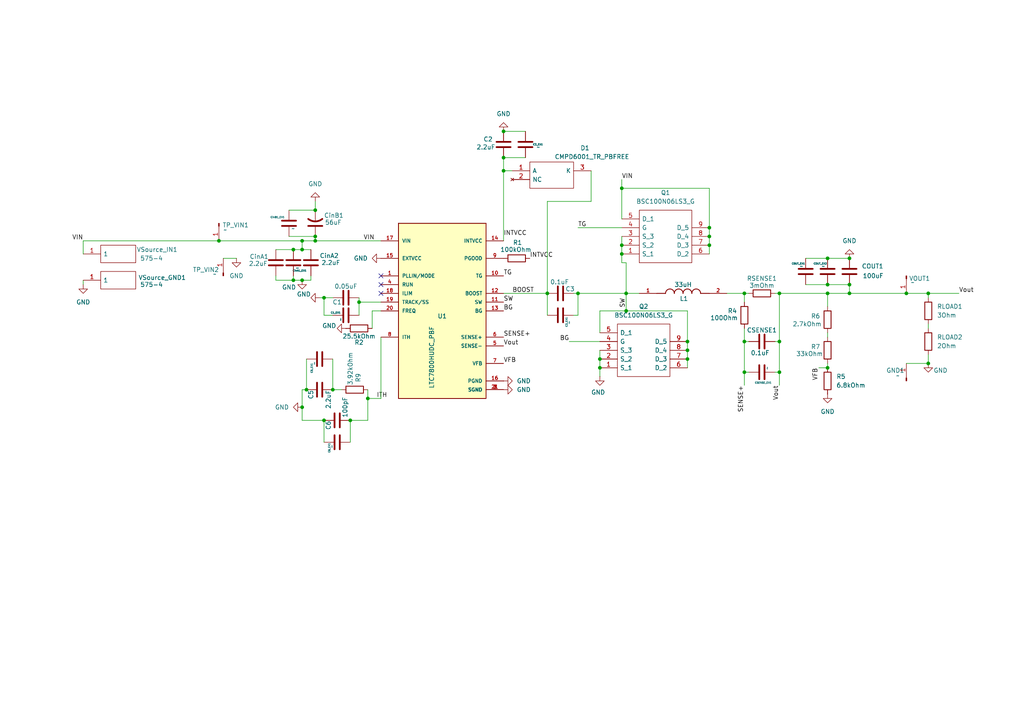
<source format=kicad_sch>
(kicad_sch (version 20250114) (generator "eeschema") (generator_version "9.0")
  (paper "A4")
  (lib_symbols
    (symbol "575-4:575-4" (pin_names (offset 0.762))
      (property "Reference" "TP" (at 16.51 7.62 0))
      (property "Value" "575-4" (at 16.51 5.08 0))
      (symbol "575-4_0_0"
        (pin passive line (at 0 0 0) (length 5.08) (name "1") (number "1"))
      )
      (symbol "575-4_0_1"
        (polyline (pts (xy 5.08 2.54) (xy 15.24 2.54) (xy 15.24 -2.54) (xy 5.08 -2.54) (xy 5.08 2.54)) (stroke (width 0.1524)))
      )
    )
    (symbol "BSC100N06LS3_G:BSC100N06LS3_G" (pin_names (offset 0.762))
      (property "Reference" "Q" (at 21.59 7.62 0))
      (property "Value" "BSC100N06LS3_G" (at 21.59 5.08 0))
      (symbol "BSC100N06LS3_G_0_0"
        (pin passive line (at 0 0 0) (length 5.08) (name "S_1") (number "1"))
        (pin passive line (at 0 -2.54 0) (length 5.08) (name "S_2") (number "2"))
        (pin passive line (at 0 -5.08 0) (length 5.08) (name "S_3") (number "3"))
        (pin passive line (at 0 -7.62 0) (length 5.08) (name "G") (number "4"))
        (pin passive line (at 0 -10.16 0) (length 5.08) (name "D_1") (number "5"))
        (pin passive line (at 25.4 0 180) (length 5.08) (name "D_2") (number "6"))
        (pin passive line (at 25.4 -2.54 180) (length 5.08) (name "D_3") (number "7"))
        (pin passive line (at 25.4 -5.08 180) (length 5.08) (name "D_4") (number "8"))
        (pin passive line (at 25.4 -7.62 180) (length 5.08) (name "D_5") (number "9"))
      )
      (symbol "BSC100N06LS3_G_0_1"
        (polyline (pts (xy 5.08 2.54) (xy 20.32 2.54) (xy 20.32 -12.7) (xy 5.08 -12.7) (xy 5.08 2.54)) (stroke (width 0.1524)))
      )
    )
    (symbol "CMPD6001_TR_PBFREE:CMPD6001_TR_PBFREE" (pin_names (offset 0.762))
      (property "Reference" "D" (at 19.05 7.62 0))
      (property "Value" "CMPD6001_TR_PBFREE" (at 19.05 5.08 0))
      (symbol "CMPD6001_TR_PBFREE_0_0"
        (pin passive line (at 0 0 0) (length 5.08) (name "A") (number "1"))
        (pin no_connect line (at 0 -2.54 0) (length 5.08) (name "NC") (number "2"))
        (pin passive line (at 22.86 0 180) (length 5.08) (name "K") (number "3"))
      )
      (symbol "CMPD6001_TR_PBFREE_0_1"
        (polyline (pts (xy 5.08 2.54) (xy 17.78 2.54) (xy 17.78 -5.08) (xy 5.08 -5.08) (xy 5.08 2.54)) (stroke (width 0.1524)))
      )
    )
    (symbol "Connector:Conn_01x01_Pin" (pin_names (offset 1.016) (hide yes))
      (property "Reference" "J" (at 0 2.54 0))
      (property "Value" "Conn_01x01_Pin" (at 0 -2.54 0))
      (symbol "Conn_01x01_Pin_1_1"
        (rectangle (start 0.8636 0.127) (end 0 -0.127) (stroke (width 0.1524)) (fill (type outline)))
        (polyline (pts (xy 1.27 0) (xy 0.8636 0)) (stroke (width 0.1524)))
        (pin passive line (at 5.08 0 180) (length 3.81) (name "Pin_1") (number "1"))
      )
    )
    (symbol "Device:C" (pin_numbers (hide yes)) (pin_names (offset 0.254))
      (property "Reference" "C" (at 0.635 2.54 0))
      (property "Value" "C" (at 0.635 -2.54 0))
      (symbol "C_0_1"
        (polyline (pts (xy -2.032 0.762) (xy 2.032 0.762)) (stroke (width 0.508)))
        (polyline (pts (xy -2.032 -0.762) (xy 2.032 -0.762)) (stroke (width 0.508)))
      )
      (symbol "C_1_1"
        (pin passive line (at 0 3.81 270) (length 2.794) (name "~") (number "1"))
        (pin passive line (at 0 -3.81 90) (length 2.794) (name "~") (number "2"))
      )
    )
    (symbol "Device:C_US" (pin_numbers (hide yes)) (pin_names (offset 0.254) (hide yes))
      (property "Reference" "C" (at 0.635 2.54 0))
      (property "Value" "C_US" (at 0.635 -2.54 0))
      (symbol "C_US_0_1"
        (polyline (pts (xy -2.032 0.762) (xy 2.032 0.762)) (stroke (width 0.508)))
        (arc (start -2.032 -1.27) (mid 0 -0.5572) (end 2.032 -1.27) (stroke (width 0.508)))
      )
      (symbol "C_US_1_1"
        (pin passive line (at 0 3.81 270) (length 2.794) (name "~") (number "1"))
        (pin passive line (at 0 -3.81 90) (length 3.302) (name "~") (number "2"))
      )
    )
    (symbol "Device:R" (pin_numbers (hide yes)) (pin_names (offset 0))
      (property "Reference" "R" (at 2.032 0 90))
      (property "Value" "R" (at 0 0 90))
      (symbol "R_0_1"
        (rectangle (start -1.016 -2.54) (end 1.016 2.54) (stroke (width 0.254)))
      )
      (symbol "R_1_1"
        (pin passive line (at 0 3.81 270) (length 1.27) (name "~") (number "1"))
        (pin passive line (at 0 -3.81 90) (length 1.27) (name "~") (number "2"))
      )
    )
    (symbol "LTC7800HUDC_PBF:LTC7800HUDC_PBF" (pin_names (offset 1.016))
      (property "Reference" "U" (at -12.7145 26.1919 0))
      (property "Value" "LTC7800HUDC_PBF" (at -12.7165 -27.9764 0))
      (symbol "LTC7800HUDC_PBF_0_0"
        (rectangle (start -12.7 -25.4) (end 12.7 25.4) (stroke (width 0.254)) (fill (type background)))
        (pin input line (at -17.78 20.32 0) (length 5.08) (name "VIN") (number "17"))
        (pin input line (at -17.78 15.24 0) (length 5.08) (name "EXTVCC") (number "15"))
        (pin input line (at -17.78 10.16 0) (length 5.08) (name "PLLIN/MODE") (number "1"))
        (pin input line (at -17.78 7.62 0) (length 5.08) (name "RUN") (number "4"))
        (pin input line (at -17.78 5.08 0) (length 5.08) (name "ILIM") (number "18"))
        (pin input line (at -17.78 2.54 0) (length 5.08) (name "TRACK/SS") (number "19"))
        (pin input line (at -17.78 0 0) (length 5.08) (name "FREQ") (number "20"))
        (pin passive line (at -17.78 -7.62 0) (length 5.08) (name "ITH") (number "8"))
        (pin output line (at 17.78 20.32 180) (length 5.08) (name "INTVCC") (number "14"))
        (pin output line (at 17.78 15.24 180) (length 5.08) (name "PGOOD") (number "9"))
        (pin output line (at 17.78 10.16 180) (length 5.08) (name "TG") (number "10"))
        (pin passive line (at 17.78 5.08 180) (length 5.08) (name "BOOST") (number "12"))
        (pin passive line (at 17.78 2.54 180) (length 5.08) (name "SW") (number "11"))
        (pin output line (at 17.78 0 180) (length 5.08) (name "BG") (number "13"))
        (pin input line (at 17.78 -7.62 180) (length 5.08) (name "SENSE+") (number "6"))
        (pin input line (at 17.78 -10.16 180) (length 5.08) (name "SENSE-") (number "5"))
        (pin input line (at 17.78 -15.24 180) (length 5.08) (name "VFB") (number "7"))
        (pin power_in line (at 17.78 -20.32 180) (length 5.08) (name "PGND") (number "16"))
        (pin power_in line (at 17.78 -22.86 180) (length 5.08) (name "SGND") (number "2"))
        (pin power_in line (at 17.78 -22.86 180) (length 5.08) (name "SGND") (number "21"))
        (pin power_in line (at 17.78 -22.86 180) (length 5.08) (name "SGND") (number "3"))
      )
    )
    (symbol "XGL1010-333MED:XGL1010-333MED" (pin_names (offset 1.016))
      (property "Reference" "L" (at -10.16 7.62 0))
      (property "Value" "XGL1010-333MED" (at -10.16 5.08 0))
      (symbol "XGL1010-333MED_0_0"
        (polyline (pts (xy -5.08 0) (xy -7.62 0)) (stroke (width 0.254)))
        (arc (start -5.08 0) (mid -3.81 1.2645) (end -2.54 0) (stroke (width 0.254)))
        (arc (start -2.54 0) (mid -1.27 1.2645) (end 0 0) (stroke (width 0.254)))
        (arc (start 0 0) (mid 1.27 1.2645) (end 2.54 0) (stroke (width 0.254)))
        (arc (start 2.54 0) (mid 3.81 1.2645) (end 5.08 0) (stroke (width 0.254)))
        (polyline (pts (xy 5.08 0) (xy 7.62 0)) (stroke (width 0.254)))
        (pin passive line (at -12.7 0 0) (length 5.08) (name "~") (number "1"))
        (pin passive line (at 12.7 0 180) (length 5.08) (name "~") (number "2"))
      )
    )
    (symbol "power:GND" (power) (pin_numbers (hide yes)) (pin_names (offset 0) (hide yes))
      (property "Value" "GND" (at 0 -3.81 0))
      (symbol "GND_0_1"
        (polyline (pts (xy 0 0) (xy 0 -1.27) (xy 1.27 -1.27) (xy 0 -2.54) (xy -1.27 -1.27) (xy 0 -1.27)))
      )
      (symbol "GND_1_1"
        (pin power_in line (at 0 0 270) (length 0) (name "~") (number "1"))
      )
    )
  )
  (junction (at 226.06 107.95))
  (junction (at 205.74 71.12))
  (junction (at 96.52 113.03))
  (junction (at 181.61 85.09))
  (junction (at 85.09 81.28))
  (junction (at 180.34 54.61))
  (junction (at 199.39 104.14))
  (junction (at 85.09 72.39))
  (junction (at 215.9 85.09))
  (junction (at 240.03 106.68))
  (junction (at 240.03 85.09))
  (junction (at 167.64 85.09))
  (junction (at 87.63 72.39))
  (junction (at 226.06 85.09))
  (junction (at 104.14 87.63))
  (junction (at 87.63 118.11))
  (junction (at 269.24 105.41))
  (junction (at 215.9 99.06))
  (junction (at 205.74 66.04))
  (junction (at 87.63 81.28))
  (junction (at 63.5 69.85))
  (junction (at 93.98 86.36))
  (junction (at 91.44 69.85))
  (junction (at 158.75 85.09))
  (junction (at 88.9 113.03))
  (junction (at 106.68 115.57))
  (junction (at 93.98 121.92))
  (junction (at 180.34 73.66))
  (junction (at 215.9 107.95))
  (junction (at 146.05 45.72))
  (junction (at 146.05 49.53))
  (junction (at 91.44 60.96))
  (junction (at 181.61 90.17))
  (junction (at 240.03 82.55))
  (junction (at 262.89 85.09))
  (junction (at 199.39 99.06))
  (junction (at 205.74 68.58))
  (junction (at 173.99 104.14))
  (junction (at 246.38 85.09))
  (junction (at 226.06 99.06))
  (junction (at 173.99 106.68))
  (junction (at 91.44 68.58))
  (junction (at 269.24 85.09))
  (junction (at 246.38 82.55))
  (junction (at 180.34 71.12))
  (junction (at 101.6 121.92))
  (junction (at 87.63 69.85))
  (junction (at 146.05 38.1))
  (junction (at 199.39 101.6))
  (junction (at 246.38 74.93))
  (junction (at 240.03 74.93))
  (no_connect (at 110.49 80.01))
  (no_connect (at 110.49 85.09))
  (no_connect (at 110.49 82.55))
  (wire (pts (xy 83.82 68.58) (xy 91.44 68.58)))
  (wire (pts (xy 87.63 113.03) (xy 88.9 113.03)))
  (wire (pts (xy 146.05 49.53) (xy 148.59 49.53)))
  (wire (pts (xy 158.75 85.09) (xy 158.75 91.44)))
  (wire (pts (xy 63.5 69.85) (xy 87.63 69.85)))
  (wire (pts (xy 107.95 95.25) (xy 107.95 90.17)))
  (wire (pts (xy 85.09 72.39) (xy 87.63 72.39)))
  (wire (pts (xy 93.98 121.92) (xy 93.98 128.27)))
  (wire (pts (xy 96.52 104.14) (xy 96.52 113.03)))
  (wire (pts (xy 158.75 58.42) (xy 158.75 85.09)))
  (wire (pts (xy 91.44 68.58) (xy 91.44 69.85)))
  (wire (pts (xy 87.63 121.92) (xy 93.98 121.92)))
  (wire (pts (xy 87.63 72.39) (xy 90.17 72.39)))
  (wire (pts (xy 215.9 107.95) (xy 217.17 107.95)))
  (wire (pts (xy 233.68 82.55) (xy 240.03 82.55)))
  (wire (pts (xy 167.64 66.04) (xy 180.34 66.04)))
  (wire (pts (xy 106.68 113.03) (xy 106.68 115.57)))
  (wire (pts (xy 87.63 81.28) (xy 90.17 81.28)))
  (wire (pts (xy 181.61 85.09) (xy 185.42 85.09)))
  (wire (pts (xy 173.99 106.68) (xy 173.99 109.22)))
  (wire (pts (xy 146.05 45.72) (xy 146.05 49.53)))
  (wire (pts (xy 215.9 85.09) (xy 217.17 85.09)))
  (wire (pts (xy 64.77 74.93) (xy 68.58 74.93)))
  (wire (pts (xy 269.24 85.09) (xy 278.13 85.09)))
  (wire (pts (xy 92.71 86.36) (xy 93.98 86.36)))
  (wire (pts (xy 80.01 72.39) (xy 85.09 72.39)))
  (wire (pts (xy 93.98 86.36) (xy 96.52 86.36)))
  (wire (pts (xy 171.45 49.53) (xy 171.45 58.42)))
  (wire (pts (xy 269.24 85.09) (xy 269.24 86.36)))
  (wire (pts (xy 205.74 66.04) (xy 205.74 68.58)))
  (wire (pts (xy 101.6 121.92) (xy 106.68 121.92)))
  (wire (pts (xy 80.01 81.28) (xy 80.01 80.01)))
  (wire (pts (xy 146.05 49.53) (xy 146.05 69.85)))
  (wire (pts (xy 96.52 113.03) (xy 99.06 113.03)))
  (wire (pts (xy 205.74 71.12) (xy 205.74 73.66)))
  (wire (pts (xy 199.39 99.06) (xy 199.39 90.17)))
  (wire (pts (xy 180.34 54.61) (xy 205.74 54.61)))
  (wire (pts (xy 83.82 60.96) (xy 91.44 60.96)))
  (wire (pts (xy 226.06 85.09) (xy 240.03 85.09)))
  (wire (pts (xy 173.99 106.68) (xy 173.99 104.14)))
  (wire (pts (xy 85.09 80.01) (xy 85.09 81.28)))
  (wire (pts (xy 173.99 104.14) (xy 173.99 101.6)))
  (wire (pts (xy 199.39 101.6) (xy 199.39 104.14)))
  (wire (pts (xy 181.61 85.09) (xy 181.61 90.17)))
  (wire (pts (xy 240.03 96.52) (xy 240.03 97.79)))
  (wire (pts (xy 167.64 91.44) (xy 167.64 85.09)))
  (wire (pts (xy 171.45 58.42) (xy 158.75 58.42)))
  (wire (pts (xy 237.49 106.68) (xy 240.03 106.68)))
  (wire (pts (xy 104.14 86.36) (xy 104.14 87.63)))
  (wire (pts (xy 215.9 95.25) (xy 215.9 99.06)))
  (wire (pts (xy 104.14 87.63) (xy 110.49 87.63)))
  (wire (pts (xy 180.34 73.66) (xy 180.34 76.2)))
  (wire (pts (xy 269.24 105.41) (xy 269.24 102.87)))
  (wire (pts (xy 167.64 85.09) (xy 181.61 85.09)))
  (wire (pts (xy 240.03 85.09) (xy 246.38 85.09)))
  (wire (pts (xy 240.03 85.09) (xy 240.03 88.9)))
  (wire (pts (xy 262.89 105.41) (xy 269.24 105.41)))
  (wire (pts (xy 240.03 74.93) (xy 246.38 74.93)))
  (wire (pts (xy 240.03 82.55) (xy 246.38 82.55)))
  (wire (pts (xy 215.9 85.09) (xy 215.9 87.63)))
  (wire (pts (xy 205.74 66.04) (xy 205.74 54.61)))
  (wire (pts (xy 199.39 104.14) (xy 199.39 106.68)))
  (wire (pts (xy 106.68 115.57) (xy 110.49 115.57)))
  (wire (pts (xy 146.05 45.72) (xy 152.4 45.72)))
  (wire (pts (xy 165.1 99.06) (xy 173.99 99.06)))
  (wire (pts (xy 180.34 52.07) (xy 180.34 54.61)))
  (wire (pts (xy 181.61 85.09) (xy 181.61 76.2)))
  (wire (pts (xy 110.49 115.57) (xy 110.49 97.79)))
  (wire (pts (xy 101.6 121.92) (xy 101.6 128.27)))
  (wire (pts (xy 91.44 58.42) (xy 91.44 60.96)))
  (wire (pts (xy 24.13 81.28) (xy 24.13 82.55)))
  (wire (pts (xy 106.68 115.57) (xy 106.68 121.92)))
  (wire (pts (xy 205.74 68.58) (xy 205.74 71.12)))
  (wire (pts (xy 224.79 99.06) (xy 226.06 99.06)))
  (wire (pts (xy 146.05 85.09) (xy 158.75 85.09)))
  (wire (pts (xy 180.34 71.12) (xy 180.34 73.66)))
  (wire (pts (xy 224.79 85.09) (xy 226.06 85.09)))
  (wire (pts (xy 215.9 99.06) (xy 217.17 99.06)))
  (wire (pts (xy 173.99 96.52) (xy 173.99 90.17)))
  (wire (pts (xy 87.63 69.85) (xy 87.63 72.39)))
  (wire (pts (xy 233.68 74.93) (xy 240.03 74.93)))
  (wire (pts (xy 93.98 91.44) (xy 93.98 86.36)))
  (wire (pts (xy 262.89 85.09) (xy 269.24 85.09)))
  (wire (pts (xy 88.9 104.14) (xy 88.9 113.03)))
  (wire (pts (xy 180.34 76.2) (xy 181.61 76.2)))
  (wire (pts (xy 226.06 107.95) (xy 226.06 111.76)))
  (wire (pts (xy 173.99 90.17) (xy 181.61 90.17)))
  (wire (pts (xy 215.9 99.06) (xy 215.9 107.95)))
  (wire (pts (xy 215.9 107.95) (xy 215.9 111.76)))
  (wire (pts (xy 87.63 118.11) (xy 87.63 121.92)))
  (wire (pts (xy 96.52 91.44) (xy 93.98 91.44)))
  (wire (pts (xy 24.13 69.85) (xy 63.5 69.85)))
  (wire (pts (xy 199.39 99.06) (xy 199.39 101.6)))
  (wire (pts (xy 226.06 99.06) (xy 226.06 107.95)))
  (wire (pts (xy 91.44 69.85) (xy 110.49 69.85)))
  (wire (pts (xy 166.37 91.44) (xy 167.64 91.44)))
  (wire (pts (xy 80.01 81.28) (xy 85.09 81.28)))
  (wire (pts (xy 246.38 85.09) (xy 262.89 85.09)))
  (wire (pts (xy 180.34 54.61) (xy 180.34 63.5)))
  (wire (pts (xy 224.79 107.95) (xy 226.06 107.95)))
  (wire (pts (xy 90.17 81.28) (xy 90.17 80.01)))
  (wire (pts (xy 199.39 90.17) (xy 181.61 90.17)))
  (wire (pts (xy 166.37 85.09) (xy 167.64 85.09)))
  (wire (pts (xy 240.03 105.41) (xy 240.03 106.68)))
  (wire (pts (xy 210.82 85.09) (xy 215.9 85.09)))
  (wire (pts (xy 24.13 69.85) (xy 24.13 73.66)))
  (wire (pts (xy 226.06 85.09) (xy 226.06 99.06)))
  (wire (pts (xy 180.34 68.58) (xy 180.34 71.12)))
  (wire (pts (xy 269.24 95.25) (xy 269.24 93.98)))
  (wire (pts (xy 87.63 118.11) (xy 87.63 113.03)))
  (wire (pts (xy 246.38 82.55) (xy 246.38 85.09)))
  (wire (pts (xy 104.14 87.63) (xy 104.14 91.44)))
  (wire (pts (xy 146.05 38.1) (xy 152.4 38.1)))
  (wire (pts (xy 107.95 90.17) (xy 110.49 90.17)))
  (wire (pts (xy 85.09 81.28) (xy 87.63 81.28)))
  (wire (pts (xy 87.63 69.85) (xy 91.44 69.85)))
  (label "SENSE+" (at 146.05 97.79 0))
  (label "BG" (at 165.1 99.06 180))
  (label "ITH" (at 109.22 115.57 0))
  (label "SW" (at 181.61 86.36 270))
  (label "Vout" (at 226.06 111.76 270))
  (label "SENSE+" (at 215.9 111.76 270))
  (label "VIN" (at 24.13 69.85 180))
  (label "BG" (at 146.05 90.17 0))
  (label "Vout" (at 146.05 100.33 0))
  (label "SW" (at 146.05 87.63 0))
  (label "BOOST" (at 148.59 85.09 0))
  (label "Vout" (at 278.13 85.09 0))
  (label "TG" (at 167.64 66.04 0))
  (label "VFB" (at 146.05 105.41 0))
  (label "VFB" (at 237.49 106.68 270))
  (label "VIN" (at 180.34 52.07 0))
  (label "TG" (at 146.05 80.01 0))
  (label "INTVCC" (at 146.05 68.58 0))
  (label "INTVCC" (at 153.67 74.93 0))
  (label "VIN" (at 105.41 69.85 0))
  (symbol (lib_id "Device:C") (at 92.71 104.14 90) (unit 1)
    (property "Reference" "C5_EX1" (at 90.424 108.204 0) (effects (font (size 0.508 0.508)) (justify left)))
    (property "Value" "~" (at 91.186 105.918 0) (effects (justify left)))
    (property "Footprint" "Capacitor_SMD:C_0805_2012Metric_Pad1.18x1.45mm_HandSolder" (effects (hide yes)))
    (property "Description" "Unpolarized capacitor" (effects (hide yes)))
  )
  (symbol (lib_id "CMPD6001_TR_PBFREE:CMPD6001_TR_PBFREE") (at 148.59 49.53 0) (unit 1)
    (property "Reference" "D1" (at 169.672 42.926 0))
    (property "Value" "CMPD6001_TR_PBFREE" (at 171.704 45.466 0))
    (property "Footprint" "Diode_SMD:SOT95P230X109-3N" (effects (hide yes)))
    (property "Datasheet" "https://my.centralsemi.com/datasheets/CMPD6001-A-C-S_R1.PDF" (effects (hide yes)))
    (property "Description" "Diode 75 V 250mA Surface Mount SOT-23" (effects (hide yes)))
    (property "Description_1" "Diode 75 V 250mA Surface Mount SOT-23" (effects (hide yes)))
    (property "Height" "1.09" (effects (hide yes)))
    (property "Manufacturer_Name" "Central Semiconductor" (effects (hide yes)))
    (property "Manufacturer_Part_Number" "CMPD6001 TR PBFREE" (effects (hide yes)))
    (property "Mouser Part Number" "610-CMPD6001" (effects (hide yes)))
    (property "Mouser Price/Stock" "https://www.mouser.co.uk/ProductDetail/Central-Semiconductor/CMPD6001-TR-PBFREE?qs=u16ybLDytRYCeZzXsIxPrw%3D%3D" (effects (hide yes)))
    (property "Arrow Part Number" "CMPD6001 TR PBFREE" (effects (hide yes)))
    (property "Arrow Price/Stock" "https://www.arrow.com/en/products/cmpd6001trpbfree/central-semiconductor" (effects (hide yes)))
    (property "LCSC" "C17357273" (effects (hide yes)))
  )
  (symbol (lib_id "power:GND") (at 110.49 74.93 270) (unit 1)
    (property "Reference" "#PWR06" (effects (hide yes)))
    (property "Value" "GND" (at 106.68 74.9299 90) (effects (justify right)))
    (property "Description" "Power symbol creates a global label with name \"GND\" , ground" (effects (hide yes)))
  )
  (symbol (lib_id "Device:C") (at 100.33 91.44 90) (unit 1)
    (property "Reference" "C1_EX1" (at 98.806 90.678 90) (effects (font (size 0.508 0.508)) (justify left)))
    (property "Value" "~" (at 98.806 93.218 0) (effects (justify left)))
    (property "Footprint" "Capacitor_SMD:C_0805_2012Metric_Pad1.18x1.45mm_HandSolder" (effects (hide yes)))
    (property "Description" "Unpolarized capacitor" (effects (hide yes)))
  )
  (symbol (lib_id "Connector:Conn_01x01_Pin") (at 262.89 110.49 90) (unit 1)
    (property "Reference" "GND1" (at 257.048 107.442 90) (effects (justify right)))
    (property "Value" "~" (at 259.842 108.966 90) (effects (justify right)))
    (property "Footprint" "Connector_PinHeader_2.54mm:PinHeader_1x01_P2.54mm_Vertical" (effects (hide yes)))
    (property "Description" "Generic connector, single row, 01x01, script generated" (effects (hide yes)))
  )
  (symbol (lib_id "Connector:Conn_01x01_Pin") (at 262.89 80.01 270) (unit 1)
    (property "Reference" "VOUT1" (at 263.652 80.772 90) (effects (justify left)))
    (property "Value" "~" (at 264.16 81.9149 90) (effects (justify left)))
    (property "Footprint" "Connector_PinHeader_2.54mm:PinHeader_1x01_P2.54mm_Vertical" (effects (hide yes)))
    (property "Description" "Generic connector, single row, 01x01, script generated" (effects (hide yes)))
  )
  (symbol (lib_id "Device:C") (at 85.09 76.2 180) (unit 1)
    (property "Reference" "CinA1_EX1" (at 88.9 78.486 0) (effects (font (size 0.508 0.508)) (justify left)))
    (property "Value" "~" (at 86.868 77.724 0) (effects (justify left)))
    (property "Footprint" "Capacitor_SMD:C_0805_2012Metric_Pad1.18x1.45mm_HandSolder" (effects (hide yes)))
    (property "Description" "Unpolarized capacitor" (effects (hide yes)))
  )
  (symbol (lib_id "Device:R") (at 215.9 91.44 0) (unit 1)
    (property "Reference" "R4" (at 211.074 90.17 0) (effects (justify left)))
    (property "Value" "100Ohm" (at 205.994 92.202 0) (effects (justify left)))
    (property "Footprint" "Resistor_SMD:R_0201_0603Metric" (effects (hide yes)))
    (property "Description" "Resistor" (effects (hide yes)))
    (property "LCSC" "C105588" (effects (hide yes)))
  )
  (symbol (lib_id "power:GND") (at 87.63 81.28 0) (unit 1)
    (property "Reference" "#PWR07" (effects (hide yes)))
    (property "Value" "GND" (at 83.82 83.312 0))
    (property "Description" "Power symbol creates a global label with name \"GND\" , ground" (effects (hide yes)))
  )
  (symbol (lib_id "Device:R") (at 220.98 85.09 90) (unit 1)
    (property "Reference" "RSENSE1" (at 220.98 80.772 90))
    (property "Value" "3mOhm" (at 220.98 82.804 90))
    (property "Footprint" "Resistor_SMD:R_0201_0603Metric" (effects (hide yes)))
    (property "Description" "Resistor" (effects (hide yes)))
    (property "LCSC" "C7256520" (effects (hide yes)))
  )
  (symbol (lib_id "Device:R") (at 240.03 92.71 0) (unit 1)
    (property "Reference" "R6" (at 235.204 91.694 0) (effects (justify left)))
    (property "Value" "2.7kOhm" (at 229.87 93.98 0) (effects (justify left)))
    (property "Footprint" "Resistor_SMD:R_0201_0603Metric" (effects (hide yes)))
    (property "Description" "Resistor" (effects (hide yes)))
    (property "LCSC" "C2907008" (effects (hide yes)))
  )
  (symbol (lib_id "power:GND") (at 240.03 114.3 0) (unit 1)
    (property "Reference" "#PWR012" (effects (hide yes)))
    (property "Value" "GND" (at 240.03 119.38 0))
    (property "Description" "Power symbol creates a global label with name \"GND\" , ground" (effects (hide yes)))
  )
  (symbol (lib_id "Device:C") (at 162.56 85.09 90) (unit 1)
    (property "Reference" "C3" (at 165.354 83.82 90))
    (property "Value" "0.1uF" (at 162.306 81.788 90))
    (property "Footprint" "Capacitor_SMD:C_0805_2012Metric" (effects (hide yes)))
    (property "Description" "Unpolarized capacitor" (effects (hide yes)))
    (property "LCSC" "C49678" (effects (hide yes)))
  )
  (symbol (lib_id "BSC100N06LS3_G:BSC100N06LS3_G") (at 180.34 73.66 0) (mirror x) (unit 1)
    (property "Reference" "Q1" (at 193.04 55.88 0))
    (property "Value" "BSC100N06LS3_G" (at 193.04 58.42 0))
    (property "Footprint" "Transistor_Power:BSC100N06LS3G" (effects (hide yes)))
    (property "Datasheet" "https://www.mouser.cn/datasheet/2/196/Infineon-BSC100N06LS3-DS-v02_03-en-1225571.pdf" (effects (hide yes)))
    (property "Description" "MOSFET N-Ch 60V 50A TDSON-8 OptiMOS 3" (effects (hide yes)))
    (property "Description_1" "MOSFET N-Ch 60V 50A TDSON-8 OptiMOS 3" (effects (hide yes)))
    (property "Height" "1.1" (effects (hide yes)))
    (property "Manufacturer_Name" "Infineon" (effects (hide yes)))
    (property "Manufacturer_Part_Number" "BSC100N06LS3 G" (effects (hide yes)))
    (property "Mouser Part Number" "726-BSC100N06LS3G" (effects (hide yes)))
    (property "Mouser Price/Stock" "https://www.mouser.co.uk/ProductDetail/Infineon-Technologies/BSC100N06LS3-G?qs=wK%252BoHS4yu57c7s635lvXlg%3D%3D" (effects (hide yes)))
    (property "LCSC" "C72767" (effects (hide yes)))
  )
  (symbol (lib_id "power:GND") (at 91.44 58.42 180) (unit 1)
    (property "Reference" "#PWR09" (effects (hide yes)))
    (property "Value" "GND" (at 91.44 53.34 0))
    (property "Description" "Power symbol creates a global label with name \"GND\" , ground" (effects (hide yes)))
  )
  (symbol (lib_id "Device:C") (at 246.38 78.74 180) (unit 1)
    (property "Reference" "COUT1" (at 249.936 77.216 0) (effects (justify right)))
    (property "Value" "100uF" (at 250.19 80.0099 0) (effects (justify right)))
    (property "Footprint" "Capacitor_SMD:C_0805_2012Metric" (effects (hide yes)))
    (property "Description" "Unpolarized capacitor" (effects (hide yes)))
    (property "LCSC" "C141660" (effects (hide yes)))
  )
  (symbol (lib_id "Device:C") (at 152.4 41.91 180) (unit 1)
    (property "Reference" "C2_EX1" (at 157.48 41.91 0) (effects (font (size 0.508 0.508)) (justify left)))
    (property "Value" "~" (at 156.718 42.672 0) (effects (justify left)))
    (property "Footprint" "Capacitor_SMD:C_0805_2012Metric_Pad1.18x1.45mm_HandSolder" (effects (hide yes)))
    (property "Description" "Unpolarized capacitor" (effects (hide yes)))
  )
  (symbol (lib_id "Device:R") (at 240.03 101.6 0) (unit 1)
    (property "Reference" "R7" (at 235.204 100.584 0) (effects (justify left)))
    (property "Value" "33kOhm" (at 230.886 102.616 0) (effects (justify left)))
    (property "Footprint" "Resistor_SMD:R_0201_0603Metric" (effects (hide yes)))
    (property "Description" "Resistor" (effects (hide yes)))
    (property "LCSC" "C2907028" (effects (hide yes)))
  )
  (symbol (lib_id "Device:R") (at 269.24 99.06 0) (unit 1)
    (property "Reference" "RLOAD2" (at 271.78 97.7899 0) (effects (justify left)))
    (property "Value" "2Ohm" (at 271.78 100.3299 0) (effects (justify left)))
    (property "Footprint" "Resistor_SMD:R_0201_0603Metric" (effects (hide yes)))
    (property "Description" "Resistor" (effects (hide yes)))
    (property "LCSC" "C22977" (effects (hide yes)))
  )
  (symbol (lib_id "Device:C") (at 100.33 86.36 90) (unit 1)
    (property "Reference" "C1" (at 97.79 87.63 90))
    (property "Value" "0.05uF" (at 100.33 83.058 90))
    (property "Footprint" "Capacitor_SMD:C_0805_2012Metric" (effects (hide yes)))
    (property "Description" "Unpolarized capacitor" (effects (hide yes)))
    (property "LCSC" "C49678" (effects (hide yes)))
  )
  (symbol (lib_id "Connector:Conn_01x01_Pin") (at 63.5 64.77 270) (unit 1)
    (property "Reference" "TP_VIN1" (at 64.516 65.278 90) (effects (justify left)))
    (property "Value" "~" (at 64.77 66.6749 90) (effects (justify left)))
    (property "Footprint" "Connector_PinHeader_2.54mm:PinHeader_1x01_P2.54mm_Vertical" (effects (hide yes)))
    (property "Description" "Generic connector, single row, 01x01, script generated" (effects (hide yes)))
  )
  (symbol (lib_id "Device:C") (at 220.98 107.95 270) (unit 1)
    (property "Reference" "CSENSE_EX1" (at 218.948 110.998 90) (effects (font (size 0.508 0.508)) (justify left)))
    (property "Value" "~" (at 222.504 106.172 0) (effects (justify left)))
    (property "Footprint" "Capacitor_SMD:C_0805_2012Metric_Pad1.18x1.45mm_HandSolder" (effects (hide yes)))
    (property "Description" "Unpolarized capacitor" (effects (hide yes)))
  )
  (symbol (lib_id "Device:C") (at 80.01 76.2 0) (unit 1)
    (property "Reference" "CinA1" (at 72.39 74.422 0) (effects (justify left)))
    (property "Value" "2.2uF" (at 72.136 76.454 0) (effects (justify left)))
    (property "Footprint" "Capacitor_SMD:C_0805_2012Metric" (effects (hide yes)))
    (property "Description" "Unpolarized capacitor" (effects (hide yes)))
    (property "LCSC" "C19110" (effects (hide yes)))
  )
  (symbol (lib_id "Device:C") (at 97.79 121.92 90) (unit 1)
    (property "Reference" "C6" (at 95.25 124.714 0) (effects (justify left)))
    (property "Value" "100pF" (at 100.076 121.158 0) (effects (justify left)))
    (property "Footprint" "Capacitor_SMD:C_0805_2012Metric" (effects (hide yes)))
    (property "Description" "Unpolarized capacitor" (effects (hide yes)))
    (property "LCSC" "C1970" (effects (hide yes)))
  )
  (symbol (lib_id "Device:R") (at 240.03 110.49 0) (unit 1)
    (property "Reference" "R5" (at 242.57 109.2199 0) (effects (justify left)))
    (property "Value" "6.8kOhm" (at 242.57 111.7599 0) (effects (justify left)))
    (property "Footprint" "Resistor_SMD:R_0201_0603Metric" (effects (hide yes)))
    (property "Description" "Resistor" (effects (hide yes)))
    (property "LCSC" "C2907055" (effects (hide yes)))
  )
  (symbol (lib_id "Device:C_US") (at 91.44 64.77 180) (unit 1)
    (property "Reference" "CinB1" (at 93.98 62.484 0) (effects (justify right)))
    (property "Value" "56uF" (at 94.234 64.516 0) (effects (justify right)))
    (property "Footprint" "Capacitor_Tantalum_SMD:CP_EIA-7343-31_Kemet-D" (effects (hide yes)))
    (property "Description" "capacitor, US symbol" (effects (hide yes)))
    (property "LCSC" "C465937" (effects (hide yes)))
  )
  (symbol (lib_id "Device:R") (at 269.24 90.17 0) (unit 1)
    (property "Reference" "RLOAD1" (at 271.78 88.8999 0) (effects (justify left)))
    (property "Value" "3Ohm" (at 271.78 91.4399 0) (effects (justify left)))
    (property "Footprint" "Resistor_SMD:R_0201_0603Metric" (effects (hide yes)))
    (property "Description" "Resistor" (effects (hide yes)))
    (property "LCSC" "C23157" (effects (hide yes)))
  )
  (symbol (lib_id "LTC7800HUDC_PBF:LTC7800HUDC_PBF") (at 128.27 90.17 0) (unit 1)
    (property "Reference" "U1" (at 128.27 91.694 0))
    (property "Value" "LTC7800HUDC_PBF" (at 125.222 103.632 90))
    (property "Footprint" "Library:QFN50P400X300X80-21N" (effects (hide yes)))
    (property "MF" "Analog Devices" (effects (hide yes)))
    (property "Description_1" "The LTC7800 is a high performance step-down switching regulator DC/DC controller that drives an all N-channel synchronous power MOSFET stage. A constant frequency current mode architecture allows a phase-lockable frequency of up to 2.25MHz. The 50μA no-load quiescent current extends operating run time in battery-powered systems. OPTI-LOOP® compensation allows the transient response to be optimized over a wide range of output capacitance and ESR values. The LTC7800 features a precision 0.8V reference and power good output indicator. A wide 4V to 60V input supply range encompasses a wide range of intermediate bus voltages and battery chemistries. The output voltage of the LTC7800 can be programmed between 0.8V to 24V. The TRACK/SS pin ramps the output voltages during start-up. Current foldback limits MOSFET heat dissipation during short-circuit conditions. The PLLIN/MODE pin selects among Burst Mode operation, pulse-skipping mode, or continuous conduction mode at light loads. Applications Automotive Always-On Systems Battery Powered Digital Devices Distributed DC Power Systems" (effects (hide yes)))
    (property "Package" "WFQFN-20 Analog Devices" (effects (hide yes)))
    (property "Price" "None" (effects (hide yes)))
    (property "Check_prices" "https://www.snapeda.com/parts/LTC7800HUDC%23PBF/Analog+Devices/view-part/?ref=eda" (effects (hide yes)))
    (property "STANDARD" "IPC-7351B" (effects (hide yes)))
    (property "SnapEDA_Link" "https://www.snapeda.com/parts/LTC7800HUDC%23PBF/Analog+Devices/view-part/?ref=snap" (effects (hide yes)))
    (property "MP" "LTC7800HUDC#PBF" (effects (hide yes)))
    (property "Availability" "In Stock" (effects (hide yes)))
    (property "MANUFACTURER" "Analog Devices" (effects (hide yes)))
    (property "LCSC" "C690192" (effects (hide yes)))
  )
  (symbol (lib_id "power:GND") (at 92.71 86.36 270) (unit 1)
    (property "Reference" "#PWR05" (effects (hide yes)))
    (property "Value" "GND" (at 90.17 85.344 90) (effects (justify right)))
    (property "Description" "Power symbol creates a global label with name \"GND\" , ground" (effects (hide yes)))
  )
  (symbol (lib_id "Device:C") (at 233.68 78.74 0) (unit 1)
    (property "Reference" "COUT_EX1" (at 229.616 76.454 0) (effects (font (size 0.508 0.508)) (justify left)))
    (property "Value" "~" (at 231.902 77.216 0) (effects (justify left)))
    (property "Footprint" "Capacitor_SMD:C_0805_2012Metric_Pad1.18x1.45mm_HandSolder" (effects (hide yes)))
    (property "Description" "Unpolarized capacitor" (effects (hide yes)))
  )
  (symbol (lib_id "power:GND") (at 146.05 113.03 90) (unit 1)
    (property "Reference" "#PWR01" (effects (hide yes)))
    (property "Value" "GND" (at 149.86 113.0299 90) (effects (justify right)))
    (property "Description" "Power symbol creates a global label with name \"GND\" , ground" (effects (hide yes)))
  )
  (symbol (lib_id "power:GND") (at 100.33 95.25 270) (unit 1)
    (property "Reference" "#PWR04" (effects (hide yes)))
    (property "Value" "GND" (at 97.536 94.488 90) (effects (justify right)))
    (property "Description" "Power symbol creates a global label with name \"GND\" , ground" (effects (hide yes)))
  )
  (symbol (lib_id "power:GND") (at 87.63 118.11 270) (unit 1)
    (property "Reference" "#PWR014" (effects (hide yes)))
    (property "Value" "GND" (at 83.82 118.1099 90) (effects (justify right)))
    (property "Description" "Power symbol creates a global label with name \"GND\" , ground" (effects (hide yes)))
  )
  (symbol (lib_id "power:GND") (at 68.58 74.93 0) (unit 1)
    (property "Reference" "#PWR015" (effects (hide yes)))
    (property "Value" "GND" (at 68.58 80.01 0))
    (property "Description" "Power symbol creates a global label with name \"GND\" , ground" (effects (hide yes)))
  )
  (symbol (lib_id "XGL1010-333MED:XGL1010-333MED") (at 198.12 85.09 0) (unit 1)
    (property "Reference" "L1" (at 198.374 86.614 0))
    (property "Value" "33uH" (at 198.12 82.55 0))
    (property "Footprint" "Inductor_SMD:IND_XGL1010-333MED" (effects (hide yes)))
    (property "MF" "Coilcraft" (effects (hide yes)))
    (property "MAXIMUM_PACKAGE_HEIGHT" "10.0mm" (effects (hide yes)))
    (property "Package" "None" (effects (hide yes)))
    (property "Price" "None" (effects (hide yes)))
    (property "Check_prices" "https://www.snapeda.com/parts/XGL1010-333MED/Coilcraft/view-part/?ref=eda" (effects (hide yes)))
    (property "STANDARD" "Manufacturer Recommendations" (effects (hide yes)))
    (property "PARTREV" "08/24/22" (effects (hide yes)))
    (property "SnapEDA_Link" "https://www.snapeda.com/parts/XGL1010-333MED/Coilcraft/view-part/?ref=snap" (effects (hide yes)))
    (property "MP" "XGL1010-333MED" (effects (hide yes)))
    (property "Description_1" "33 µH Shielded Molded Inductor 8.5 A 33.5mOhm Max Nonstandard" (effects (hide yes)))
    (property "MANUFACTURER" "Coilcraft" (effects (hide yes)))
    (property "Availability" "In Stock" (effects (hide yes)))
    (property "SNAPEDA_PN" "XGL1010-332MED" (effects (hide yes)))
  )
  (symbol (lib_id "Device:C") (at 146.05 41.91 0) (unit 1)
    (property "Reference" "C2" (at 140.208 40.386 0) (effects (justify left)))
    (property "Value" "2.2uF" (at 138.176 42.672 0) (effects (justify left)))
    (property "Footprint" "Capacitor_SMD:C_0805_2012Metric" (effects (hide yes)))
    (property "Description" "Unpolarized capacitor" (effects (hide yes)))
    (property "LCSC" "C19110" (effects (hide yes)))
  )
  (symbol (lib_id "power:GND") (at 146.05 38.1 180) (unit 1)
    (property "Reference" "#PWR010" (effects (hide yes)))
    (property "Value" "GND" (at 146.05 33.02 0))
    (property "Description" "Power symbol creates a global label with name \"GND\" , ground" (effects (hide yes)))
  )
  (symbol (lib_id "Device:C") (at 97.79 128.27 90) (unit 1)
    (property "Reference" "C6_EX1" (at 95.504 131.318 0) (effects (font (size 0.508 0.508)) (justify left)))
    (property "Value" "~" (at 96.266 130.048 0) (effects (justify left)))
    (property "Footprint" "Capacitor_SMD:C_0805_2012Metric_Pad1.18x1.45mm_HandSolder" (effects (hide yes)))
    (property "Description" "Unpolarized capacitor" (effects (hide yes)))
  )
  (symbol (lib_id "Device:C") (at 92.71 113.03 90) (unit 1)
    (property "Reference" "C5" (at 90.17 115.824 0) (effects (justify left)))
    (property "Value" "2.2uF" (at 95.25 118.618 0) (effects (justify left)))
    (property "Footprint" "Capacitor_SMD:C_0805_2012Metric" (effects (hide yes)))
    (property "Description" "Unpolarized capacitor" (effects (hide yes)))
    (property "LCSC" "C19110" (effects (hide yes)))
  )
  (symbol (lib_id "power:GND") (at 146.05 110.49 90) (unit 1)
    (property "Reference" "#PWR02" (effects (hide yes)))
    (property "Value" "GND" (at 149.86 110.4899 90) (effects (justify right)))
    (property "Description" "Power symbol creates a global label with name \"GND\" , ground" (effects (hide yes)))
  )
  (symbol (lib_id "BSC100N06LS3_G:BSC100N06LS3_G") (at 173.99 106.68 0) (mirror x) (unit 1)
    (property "Reference" "Q2" (at 186.69 88.9 0))
    (property "Value" "BSC100N06LS3_G" (at 186.69 91.44 0))
    (property "Footprint" "Transistor_Power:BSC100N06LS3G" (effects (hide yes)))
    (property "Datasheet" "https://www.mouser.cn/datasheet/2/196/Infineon-BSC100N06LS3-DS-v02_03-en-1225571.pdf" (effects (hide yes)))
    (property "Description" "MOSFET N-Ch 60V 50A TDSON-8 OptiMOS 3" (effects (hide yes)))
    (property "Description_1" "MOSFET N-Ch 60V 50A TDSON-8 OptiMOS 3" (effects (hide yes)))
    (property "Height" "1.1" (effects (hide yes)))
    (property "Manufacturer_Name" "Infineon" (effects (hide yes)))
    (property "Manufacturer_Part_Number" "BSC100N06LS3 G" (effects (hide yes)))
    (property "Mouser Part Number" "726-BSC100N06LS3G" (effects (hide yes)))
    (property "Mouser Price/Stock" "https://www.mouser.co.uk/ProductDetail/Infineon-Technologies/BSC100N06LS3-G?qs=wK%252BoHS4yu57c7s635lvXlg%3D%3D" (effects (hide yes)))
    (property "LCSC" "C72767" (effects (hide yes)))
  )
  (symbol (lib_id "power:GND") (at 173.99 109.22 0) (unit 1)
    (property "Reference" "#PWR011" (effects (hide yes)))
    (property "Value" "GND" (at 173.482 113.792 0))
    (property "Description" "Power symbol creates a global label with name \"GND\" , ground" (effects (hide yes)))
  )
  (symbol (lib_id "Device:R") (at 149.86 74.93 90) (unit 1)
    (property "Reference" "R1" (at 150.114 70.358 90))
    (property "Value" "100kOhm" (at 149.606 72.39 90))
    (property "Footprint" "Resistor_SMD:R_0201_0603Metric" (effects (hide yes)))
    (property "Description" "Resistor" (effects (hide yes)))
    (property "LCSC" "C14675" (effects (hide yes)))
  )
  (symbol (lib_id "Device:C") (at 90.17 76.2 0) (unit 1)
    (property "Reference" "CinA2" (at 92.71 74.168 0) (effects (justify left)))
    (property "Value" "2.2uF" (at 93.218 76.2 0) (effects (justify left)))
    (property "Footprint" "Capacitor_SMD:C_0805_2012Metric" (effects (hide yes)))
    (property "Description" "Unpolarized capacitor" (effects (hide yes)))
    (property "LCSC" "C19110" (effects (hide yes)))
  )
  (symbol (lib_id "Connector:Conn_01x01_Pin") (at 64.77 80.01 90) (unit 1)
    (property "Reference" "TP_VIN2" (at 55.88 78.232 90) (effects (justify right)))
    (property "Value" "~" (at 61.722 79.502 90) (effects (justify right)))
    (property "Footprint" "Connector_PinHeader_2.54mm:PinHeader_1x01_P2.54mm_Vertical" (effects (hide yes)))
    (property "Description" "Generic connector, single row, 01x01, script generated" (effects (hide yes)))
  )
  (symbol (lib_id "Device:R") (at 102.87 113.03 270) (unit 1)
    (property "Reference" "R9" (at 103.886 108.204 0) (effects (justify left)))
    (property "Value" "3.92kOhm" (at 101.6 102.108 0) (effects (justify left)))
    (property "Footprint" "Resistor_SMD:R_0201_0603Metric" (effects (hide yes)))
    (property "Description" "Resistor" (effects (hide yes)))
    (property "LCSC" "C4168160" (effects (hide yes)))
  )
  (symbol (lib_id "Device:C") (at 162.56 91.44 270) (unit 1)
    (property "Reference" "C3_EX1" (at 164.338 91.948 0) (effects (font (size 0.508 0.508)) (justify left)))
    (property "Value" "~" (at 165.1 92.964 0) (effects (justify left)))
    (property "Footprint" "Capacitor_SMD:C_0805_2012Metric_Pad1.18x1.45mm_HandSolder" (effects (hide yes)))
    (property "Description" "Unpolarized capacitor" (effects (hide yes)))
  )
  (symbol (lib_id "Device:C") (at 83.82 64.77 180) (unit 1)
    (property "Reference" "CinB1_EX1" (at 82.55 62.992 0) (effects (font (size 0.508 0.508)) (justify left)))
    (property "Value" "~" (at 85.598 66.294 0) (effects (justify left)))
    (property "Footprint" "Capacitor_SMD:C_0805_2012Metric_Pad1.18x1.45mm_HandSolder" (effects (hide yes)))
    (property "Description" "Unpolarized capacitor" (effects (hide yes)))
  )
  (symbol (lib_id "575-4:575-4") (at 24.13 81.28 0) (unit 1)
    (property "Reference" "VSource_GND1" (at 40.132 80.518 0) (effects (justify left)))
    (property "Value" "575-4" (at 40.64 82.5499 0) (effects (justify left)))
    (property "Footprint" "Battery:5754" (effects (hide yes)))
    (property "Datasheet" "https://www.keyelco.com/product.cfm/product_id/2379" (effects (hide yes)))
    (property "Description" "Test Plugs & Test Jacks NON-INSUL JACK .218\" BRASS NICKEL PLTD" (effects (hide yes)))
    (property "Description_1" "Test Plugs & Test Jacks NON-INSUL JACK .218\" BRASS NICKEL PLTD" (effects (hide yes)))
    (property "Height" "2.49" (effects (hide yes)))
    (property "Manufacturer_Name" "Keystone Electronics" (effects (hide yes)))
    (property "Manufacturer_Part_Number" "575-4" (effects (hide yes)))
    (property "Mouser Part Number" "534-575-4" (effects (hide yes)))
    (property "Mouser Price/Stock" "https://www.mouser.co.uk/ProductDetail/Keystone-Electronics/575-4?qs=w4ABFRoM%2FL8pPaUzIDyX8Q%3D%3D" (effects (hide yes)))
    (property "LCSC" "C4944061" (effects (hide yes)))
  )
  (symbol (lib_id "575-4:575-4") (at 24.13 73.66 0) (unit 1)
    (property "Reference" "VSource_IN1" (at 39.624 72.39 0) (effects (justify left)))
    (property "Value" "575-4" (at 40.64 74.9299 0) (effects (justify left)))
    (property "Footprint" "Battery:5754" (effects (hide yes)))
    (property "Datasheet" "https://www.keyelco.com/product.cfm/product_id/2379" (effects (hide yes)))
    (property "Description" "Test Plugs & Test Jacks NON-INSUL JACK .218\" BRASS NICKEL PLTD" (effects (hide yes)))
    (property "Description_1" "Test Plugs & Test Jacks NON-INSUL JACK .218\" BRASS NICKEL PLTD" (effects (hide yes)))
    (property "Height" "2.49" (effects (hide yes)))
    (property "Manufacturer_Name" "Keystone Electronics" (effects (hide yes)))
    (property "Manufacturer_Part_Number" "575-4" (effects (hide yes)))
    (property "Mouser Part Number" "534-575-4" (effects (hide yes)))
    (property "Mouser Price/Stock" "https://www.mouser.co.uk/ProductDetail/Keystone-Electronics/575-4?qs=w4ABFRoM%2FL8pPaUzIDyX8Q%3D%3D" (effects (hide yes)))
    (property "LCSC" "C4944061" (effects (hide yes)))
  )
  (symbol (lib_id "Device:R") (at 104.14 95.25 90) (unit 1)
    (property "Reference" "R2" (at 104.14 99.314 90))
    (property "Value" "25.5kOhm" (at 104.14 97.536 90))
    (property "Footprint" "Resistor_SMD:R_0201_0603Metric" (effects (hide yes)))
    (property "Description" "Resistor" (effects (hide yes)))
    (property "LCSC" "C861257" (effects (hide yes)))
  )
  (symbol (lib_id "Device:C") (at 240.03 78.74 0) (unit 1)
    (property "Reference" "COUT_EX2" (at 235.966 76.454 0) (effects (font (size 0.508 0.508)) (justify left)))
    (property "Value" "~" (at 238.252 77.216 0) (effects (justify left)))
    (property "Footprint" "Capacitor_SMD:C_0805_2012Metric_Pad1.18x1.45mm_HandSolder" (effects (hide yes)))
    (property "Description" "Unpolarized capacitor" (effects (hide yes)))
  )
  (symbol (lib_id "power:GND") (at 24.13 82.55 0) (unit 1)
    (property "Reference" "#PWR08" (effects (hide yes)))
    (property "Value" "GND" (at 24.13 87.63 0))
    (property "Description" "Power symbol creates a global label with name \"GND\" , ground" (effects (hide yes)))
  )
  (symbol (lib_id "power:GND") (at 246.38 74.93 180) (unit 1)
    (property "Reference" "#PWR013" (effects (hide yes)))
    (property "Value" "GND" (at 246.38 69.85 0))
    (property "Description" "Power symbol creates a global label with name \"GND\" , ground" (effects (hide yes)))
  )
  (symbol (lib_id "power:GND") (at 269.24 105.41 0) (unit 1)
    (property "Reference" "#PWR03" (effects (hide yes)))
    (property "Value" "GND" (at 272.796 107.442 0))
    (property "Description" "Power symbol creates a global label with name \"GND\" , ground" (effects (hide yes)))
  )
  (symbol (lib_id "Device:C") (at 220.98 99.06 90) (unit 1)
    (property "Reference" "CSENSE1" (at 220.98 95.758 90))
    (property "Value" "0.1uF" (at 220.472 102.362 90))
    (property "Footprint" "Capacitor_SMD:C_0805_2012Metric" (effects (hide yes)))
    (property "Description" "Unpolarized capacitor" (effects (hide yes)))
    (property "LCSC" "C49678" (effects (hide yes)))
  )
)
</source>
